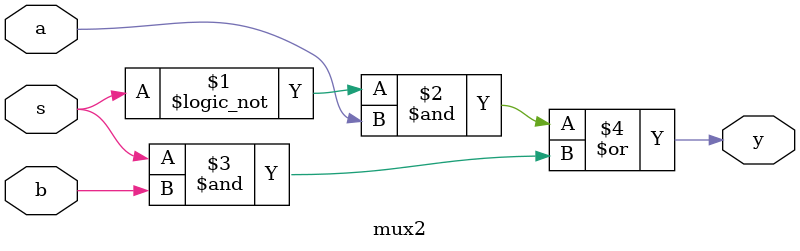
<source format=v>
module mux2(a,b,s,y);
input a,b,s;
output y;
assign y = (!s)&a | s&b;
endmodule

</source>
